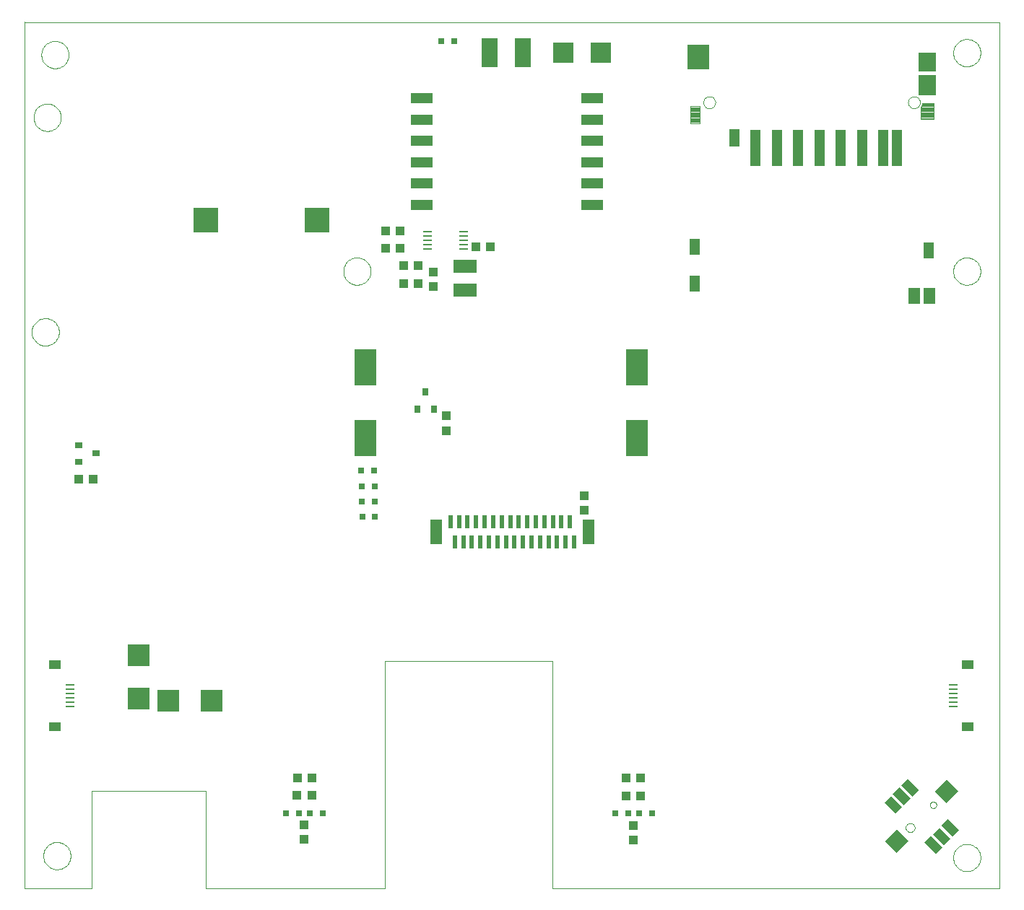
<source format=gtp>
G75*
G70*
%OFA0B0*%
%FSLAX24Y24*%
%IPPOS*%
%LPD*%
%AMOC8*
5,1,8,0,0,1.08239X$1,22.5*
%
%ADD10C,0.0008*%
%ADD11C,0.0000*%
%ADD12R,0.0433X0.0394*%
%ADD13R,0.0394X0.0098*%
%ADD14R,0.0394X0.0433*%
%ADD15R,0.1063X0.0630*%
%ADD16R,0.0945X0.0945*%
%ADD17R,0.0748X0.1339*%
%ADD18R,0.0728X0.0433*%
%ADD19R,0.0748X0.0787*%
%ADD20R,0.0315X0.0315*%
%ADD21R,0.0984X0.1693*%
%ADD22R,0.0354X0.0315*%
%ADD23R,0.0315X0.0354*%
%ADD24R,0.0197X0.0630*%
%ADD25R,0.0551X0.1142*%
%ADD26R,0.0827X0.0866*%
%ADD27R,0.0827X0.0945*%
%ADD28R,0.1024X0.1142*%
%ADD29R,0.0512X0.0748*%
%ADD30R,0.0551X0.0768*%
%ADD31R,0.0472X0.1693*%
%ADD32R,0.0472X0.0787*%
%ADD33C,0.0040*%
%ADD34R,0.1000X0.0500*%
%ADD35R,0.0984X0.1004*%
%ADD36R,0.1004X0.0984*%
%ADD37R,0.1181X0.1181*%
%ADD38R,0.0528X0.0394*%
D10*
X000180Y000805D02*
X000180Y040805D01*
X029550Y040805D01*
X045180Y040805D01*
X045180Y040305D01*
X045172Y040675D02*
X045172Y000805D01*
X031912Y000805D01*
X031834Y000805D01*
X031519Y000805D01*
X024566Y000805D01*
X024566Y011305D01*
X016803Y011305D01*
X016803Y000805D01*
X009786Y000805D01*
X009708Y000805D01*
X008546Y000805D01*
X008546Y005305D01*
X003269Y005305D01*
X003269Y000805D01*
X000180Y000805D01*
X000180Y040805D02*
X000180Y040833D01*
D11*
X000962Y039305D02*
X000964Y039355D01*
X000970Y039405D01*
X000980Y039454D01*
X000994Y039502D01*
X001011Y039549D01*
X001032Y039594D01*
X001057Y039638D01*
X001085Y039679D01*
X001117Y039718D01*
X001151Y039755D01*
X001188Y039789D01*
X001228Y039819D01*
X001270Y039846D01*
X001314Y039870D01*
X001360Y039891D01*
X001407Y039907D01*
X001455Y039920D01*
X001505Y039929D01*
X001554Y039934D01*
X001605Y039935D01*
X001655Y039932D01*
X001704Y039925D01*
X001753Y039914D01*
X001801Y039899D01*
X001847Y039881D01*
X001892Y039859D01*
X001935Y039833D01*
X001976Y039804D01*
X002015Y039772D01*
X002051Y039737D01*
X002083Y039699D01*
X002113Y039659D01*
X002140Y039616D01*
X002163Y039572D01*
X002182Y039526D01*
X002198Y039478D01*
X002210Y039429D01*
X002218Y039380D01*
X002222Y039330D01*
X002222Y039280D01*
X002218Y039230D01*
X002210Y039181D01*
X002198Y039132D01*
X002182Y039084D01*
X002163Y039038D01*
X002140Y038994D01*
X002113Y038951D01*
X002083Y038911D01*
X002051Y038873D01*
X002015Y038838D01*
X001976Y038806D01*
X001935Y038777D01*
X001892Y038751D01*
X001847Y038729D01*
X001801Y038711D01*
X001753Y038696D01*
X001704Y038685D01*
X001655Y038678D01*
X001605Y038675D01*
X001554Y038676D01*
X001505Y038681D01*
X001455Y038690D01*
X001407Y038703D01*
X001360Y038719D01*
X001314Y038740D01*
X001270Y038764D01*
X001228Y038791D01*
X001188Y038821D01*
X001151Y038855D01*
X001117Y038892D01*
X001085Y038931D01*
X001057Y038972D01*
X001032Y039016D01*
X001011Y039061D01*
X000994Y039108D01*
X000980Y039156D01*
X000970Y039205D01*
X000964Y039255D01*
X000962Y039305D01*
X000602Y036410D02*
X000604Y036460D01*
X000610Y036510D01*
X000620Y036559D01*
X000634Y036607D01*
X000651Y036654D01*
X000672Y036699D01*
X000697Y036743D01*
X000725Y036784D01*
X000757Y036823D01*
X000791Y036860D01*
X000828Y036894D01*
X000868Y036924D01*
X000910Y036951D01*
X000954Y036975D01*
X001000Y036996D01*
X001047Y037012D01*
X001095Y037025D01*
X001145Y037034D01*
X001194Y037039D01*
X001245Y037040D01*
X001295Y037037D01*
X001344Y037030D01*
X001393Y037019D01*
X001441Y037004D01*
X001487Y036986D01*
X001532Y036964D01*
X001575Y036938D01*
X001616Y036909D01*
X001655Y036877D01*
X001691Y036842D01*
X001723Y036804D01*
X001753Y036764D01*
X001780Y036721D01*
X001803Y036677D01*
X001822Y036631D01*
X001838Y036583D01*
X001850Y036534D01*
X001858Y036485D01*
X001862Y036435D01*
X001862Y036385D01*
X001858Y036335D01*
X001850Y036286D01*
X001838Y036237D01*
X001822Y036189D01*
X001803Y036143D01*
X001780Y036099D01*
X001753Y036056D01*
X001723Y036016D01*
X001691Y035978D01*
X001655Y035943D01*
X001616Y035911D01*
X001575Y035882D01*
X001532Y035856D01*
X001487Y035834D01*
X001441Y035816D01*
X001393Y035801D01*
X001344Y035790D01*
X001295Y035783D01*
X001245Y035780D01*
X001194Y035781D01*
X001145Y035786D01*
X001095Y035795D01*
X001047Y035808D01*
X001000Y035824D01*
X000954Y035845D01*
X000910Y035869D01*
X000868Y035896D01*
X000828Y035926D01*
X000791Y035960D01*
X000757Y035997D01*
X000725Y036036D01*
X000697Y036077D01*
X000672Y036121D01*
X000651Y036166D01*
X000634Y036213D01*
X000620Y036261D01*
X000610Y036310D01*
X000604Y036360D01*
X000602Y036410D01*
X000515Y026498D02*
X000517Y026548D01*
X000523Y026598D01*
X000533Y026647D01*
X000547Y026695D01*
X000564Y026742D01*
X000585Y026787D01*
X000610Y026831D01*
X000638Y026872D01*
X000670Y026911D01*
X000704Y026948D01*
X000741Y026982D01*
X000781Y027012D01*
X000823Y027039D01*
X000867Y027063D01*
X000913Y027084D01*
X000960Y027100D01*
X001008Y027113D01*
X001058Y027122D01*
X001107Y027127D01*
X001158Y027128D01*
X001208Y027125D01*
X001257Y027118D01*
X001306Y027107D01*
X001354Y027092D01*
X001400Y027074D01*
X001445Y027052D01*
X001488Y027026D01*
X001529Y026997D01*
X001568Y026965D01*
X001604Y026930D01*
X001636Y026892D01*
X001666Y026852D01*
X001693Y026809D01*
X001716Y026765D01*
X001735Y026719D01*
X001751Y026671D01*
X001763Y026622D01*
X001771Y026573D01*
X001775Y026523D01*
X001775Y026473D01*
X001771Y026423D01*
X001763Y026374D01*
X001751Y026325D01*
X001735Y026277D01*
X001716Y026231D01*
X001693Y026187D01*
X001666Y026144D01*
X001636Y026104D01*
X001604Y026066D01*
X001568Y026031D01*
X001529Y025999D01*
X001488Y025970D01*
X001445Y025944D01*
X001400Y025922D01*
X001354Y025904D01*
X001306Y025889D01*
X001257Y025878D01*
X001208Y025871D01*
X001158Y025868D01*
X001107Y025869D01*
X001058Y025874D01*
X001008Y025883D01*
X000960Y025896D01*
X000913Y025912D01*
X000867Y025933D01*
X000823Y025957D01*
X000781Y025984D01*
X000741Y026014D01*
X000704Y026048D01*
X000670Y026085D01*
X000638Y026124D01*
X000610Y026165D01*
X000585Y026209D01*
X000564Y026254D01*
X000547Y026301D01*
X000533Y026349D01*
X000523Y026398D01*
X000517Y026448D01*
X000515Y026498D01*
X014901Y029305D02*
X014903Y029355D01*
X014909Y029405D01*
X014919Y029454D01*
X014933Y029502D01*
X014950Y029549D01*
X014971Y029594D01*
X014996Y029638D01*
X015024Y029679D01*
X015056Y029718D01*
X015090Y029755D01*
X015127Y029789D01*
X015167Y029819D01*
X015209Y029846D01*
X015253Y029870D01*
X015299Y029891D01*
X015346Y029907D01*
X015394Y029920D01*
X015444Y029929D01*
X015493Y029934D01*
X015544Y029935D01*
X015594Y029932D01*
X015643Y029925D01*
X015692Y029914D01*
X015740Y029899D01*
X015786Y029881D01*
X015831Y029859D01*
X015874Y029833D01*
X015915Y029804D01*
X015954Y029772D01*
X015990Y029737D01*
X016022Y029699D01*
X016052Y029659D01*
X016079Y029616D01*
X016102Y029572D01*
X016121Y029526D01*
X016137Y029478D01*
X016149Y029429D01*
X016157Y029380D01*
X016161Y029330D01*
X016161Y029280D01*
X016157Y029230D01*
X016149Y029181D01*
X016137Y029132D01*
X016121Y029084D01*
X016102Y029038D01*
X016079Y028994D01*
X016052Y028951D01*
X016022Y028911D01*
X015990Y028873D01*
X015954Y028838D01*
X015915Y028806D01*
X015874Y028777D01*
X015831Y028751D01*
X015786Y028729D01*
X015740Y028711D01*
X015692Y028696D01*
X015643Y028685D01*
X015594Y028678D01*
X015544Y028675D01*
X015493Y028676D01*
X015444Y028681D01*
X015394Y028690D01*
X015346Y028703D01*
X015299Y028719D01*
X015253Y028740D01*
X015209Y028764D01*
X015167Y028791D01*
X015127Y028821D01*
X015090Y028855D01*
X015056Y028892D01*
X015024Y028931D01*
X014996Y028972D01*
X014971Y029016D01*
X014950Y029061D01*
X014933Y029108D01*
X014919Y029156D01*
X014909Y029205D01*
X014903Y029255D01*
X014901Y029305D01*
X031518Y037104D02*
X031520Y037137D01*
X031526Y037169D01*
X031535Y037200D01*
X031548Y037230D01*
X031565Y037258D01*
X031585Y037284D01*
X031608Y037308D01*
X031633Y037328D01*
X031661Y037346D01*
X031690Y037360D01*
X031721Y037370D01*
X031753Y037377D01*
X031786Y037380D01*
X031819Y037379D01*
X031851Y037374D01*
X031882Y037365D01*
X031913Y037353D01*
X031941Y037337D01*
X031968Y037318D01*
X031992Y037296D01*
X032013Y037271D01*
X032032Y037244D01*
X032047Y037215D01*
X032058Y037185D01*
X032066Y037153D01*
X032070Y037120D01*
X032070Y037088D01*
X032066Y037055D01*
X032058Y037023D01*
X032047Y036993D01*
X032032Y036964D01*
X032013Y036937D01*
X031992Y036912D01*
X031968Y036890D01*
X031941Y036871D01*
X031913Y036855D01*
X031882Y036843D01*
X031851Y036834D01*
X031819Y036829D01*
X031786Y036828D01*
X031753Y036831D01*
X031721Y036838D01*
X031690Y036848D01*
X031661Y036862D01*
X031633Y036880D01*
X031608Y036900D01*
X031585Y036924D01*
X031565Y036950D01*
X031548Y036978D01*
X031535Y037008D01*
X031526Y037039D01*
X031520Y037071D01*
X031518Y037104D01*
X040967Y037104D02*
X040969Y037137D01*
X040975Y037169D01*
X040984Y037200D01*
X040997Y037230D01*
X041014Y037258D01*
X041034Y037284D01*
X041057Y037308D01*
X041082Y037328D01*
X041110Y037346D01*
X041139Y037360D01*
X041170Y037370D01*
X041202Y037377D01*
X041235Y037380D01*
X041268Y037379D01*
X041300Y037374D01*
X041331Y037365D01*
X041362Y037353D01*
X041390Y037337D01*
X041417Y037318D01*
X041441Y037296D01*
X041462Y037271D01*
X041481Y037244D01*
X041496Y037215D01*
X041507Y037185D01*
X041515Y037153D01*
X041519Y037120D01*
X041519Y037088D01*
X041515Y037055D01*
X041507Y037023D01*
X041496Y036993D01*
X041481Y036964D01*
X041462Y036937D01*
X041441Y036912D01*
X041417Y036890D01*
X041390Y036871D01*
X041362Y036855D01*
X041331Y036843D01*
X041300Y036834D01*
X041268Y036829D01*
X041235Y036828D01*
X041202Y036831D01*
X041170Y036838D01*
X041139Y036848D01*
X041110Y036862D01*
X041082Y036880D01*
X041057Y036900D01*
X041034Y036924D01*
X041014Y036950D01*
X040997Y036978D01*
X040984Y037008D01*
X040975Y037039D01*
X040969Y037071D01*
X040967Y037104D01*
X043050Y039393D02*
X043052Y039443D01*
X043058Y039493D01*
X043068Y039542D01*
X043082Y039590D01*
X043099Y039637D01*
X043120Y039682D01*
X043145Y039726D01*
X043173Y039767D01*
X043205Y039806D01*
X043239Y039843D01*
X043276Y039877D01*
X043316Y039907D01*
X043358Y039934D01*
X043402Y039958D01*
X043448Y039979D01*
X043495Y039995D01*
X043543Y040008D01*
X043593Y040017D01*
X043642Y040022D01*
X043693Y040023D01*
X043743Y040020D01*
X043792Y040013D01*
X043841Y040002D01*
X043889Y039987D01*
X043935Y039969D01*
X043980Y039947D01*
X044023Y039921D01*
X044064Y039892D01*
X044103Y039860D01*
X044139Y039825D01*
X044171Y039787D01*
X044201Y039747D01*
X044228Y039704D01*
X044251Y039660D01*
X044270Y039614D01*
X044286Y039566D01*
X044298Y039517D01*
X044306Y039468D01*
X044310Y039418D01*
X044310Y039368D01*
X044306Y039318D01*
X044298Y039269D01*
X044286Y039220D01*
X044270Y039172D01*
X044251Y039126D01*
X044228Y039082D01*
X044201Y039039D01*
X044171Y038999D01*
X044139Y038961D01*
X044103Y038926D01*
X044064Y038894D01*
X044023Y038865D01*
X043980Y038839D01*
X043935Y038817D01*
X043889Y038799D01*
X043841Y038784D01*
X043792Y038773D01*
X043743Y038766D01*
X043693Y038763D01*
X043642Y038764D01*
X043593Y038769D01*
X043543Y038778D01*
X043495Y038791D01*
X043448Y038807D01*
X043402Y038828D01*
X043358Y038852D01*
X043316Y038879D01*
X043276Y038909D01*
X043239Y038943D01*
X043205Y038980D01*
X043173Y039019D01*
X043145Y039060D01*
X043120Y039104D01*
X043099Y039149D01*
X043082Y039196D01*
X043068Y039244D01*
X043058Y039293D01*
X043052Y039343D01*
X043050Y039393D01*
X043050Y029305D02*
X043052Y029355D01*
X043058Y029405D01*
X043068Y029454D01*
X043082Y029502D01*
X043099Y029549D01*
X043120Y029594D01*
X043145Y029638D01*
X043173Y029679D01*
X043205Y029718D01*
X043239Y029755D01*
X043276Y029789D01*
X043316Y029819D01*
X043358Y029846D01*
X043402Y029870D01*
X043448Y029891D01*
X043495Y029907D01*
X043543Y029920D01*
X043593Y029929D01*
X043642Y029934D01*
X043693Y029935D01*
X043743Y029932D01*
X043792Y029925D01*
X043841Y029914D01*
X043889Y029899D01*
X043935Y029881D01*
X043980Y029859D01*
X044023Y029833D01*
X044064Y029804D01*
X044103Y029772D01*
X044139Y029737D01*
X044171Y029699D01*
X044201Y029659D01*
X044228Y029616D01*
X044251Y029572D01*
X044270Y029526D01*
X044286Y029478D01*
X044298Y029429D01*
X044306Y029380D01*
X044310Y029330D01*
X044310Y029280D01*
X044306Y029230D01*
X044298Y029181D01*
X044286Y029132D01*
X044270Y029084D01*
X044251Y029038D01*
X044228Y028994D01*
X044201Y028951D01*
X044171Y028911D01*
X044139Y028873D01*
X044103Y028838D01*
X044064Y028806D01*
X044023Y028777D01*
X043980Y028751D01*
X043935Y028729D01*
X043889Y028711D01*
X043841Y028696D01*
X043792Y028685D01*
X043743Y028678D01*
X043693Y028675D01*
X043642Y028676D01*
X043593Y028681D01*
X043543Y028690D01*
X043495Y028703D01*
X043448Y028719D01*
X043402Y028740D01*
X043358Y028764D01*
X043316Y028791D01*
X043276Y028821D01*
X043239Y028855D01*
X043205Y028892D01*
X043173Y028931D01*
X043145Y028972D01*
X043120Y029016D01*
X043099Y029061D01*
X043082Y029108D01*
X043068Y029156D01*
X043058Y029205D01*
X043052Y029255D01*
X043050Y029305D01*
X041977Y004654D02*
X041979Y004678D01*
X041985Y004701D01*
X041994Y004723D01*
X042007Y004743D01*
X042022Y004761D01*
X042041Y004776D01*
X042062Y004788D01*
X042084Y004796D01*
X042107Y004801D01*
X042131Y004802D01*
X042155Y004799D01*
X042177Y004792D01*
X042199Y004782D01*
X042219Y004769D01*
X042236Y004752D01*
X042250Y004733D01*
X042261Y004712D01*
X042269Y004689D01*
X042273Y004666D01*
X042273Y004642D01*
X042269Y004619D01*
X042261Y004596D01*
X042250Y004575D01*
X042236Y004556D01*
X042219Y004539D01*
X042199Y004526D01*
X042177Y004516D01*
X042155Y004509D01*
X042131Y004506D01*
X042107Y004507D01*
X042084Y004512D01*
X042062Y004520D01*
X042041Y004532D01*
X042022Y004547D01*
X042007Y004565D01*
X041994Y004585D01*
X041985Y004607D01*
X041979Y004630D01*
X041977Y004654D01*
X040858Y003602D02*
X040860Y003630D01*
X040866Y003658D01*
X040875Y003684D01*
X040888Y003710D01*
X040904Y003733D01*
X040924Y003753D01*
X040946Y003771D01*
X040970Y003786D01*
X040996Y003797D01*
X041023Y003805D01*
X041051Y003809D01*
X041079Y003809D01*
X041107Y003805D01*
X041134Y003797D01*
X041160Y003786D01*
X041184Y003771D01*
X041206Y003753D01*
X041226Y003733D01*
X041242Y003710D01*
X041255Y003684D01*
X041264Y003658D01*
X041270Y003630D01*
X041272Y003602D01*
X041270Y003574D01*
X041264Y003546D01*
X041255Y003520D01*
X041242Y003494D01*
X041226Y003471D01*
X041206Y003451D01*
X041184Y003433D01*
X041160Y003418D01*
X041134Y003407D01*
X041107Y003399D01*
X041079Y003395D01*
X041051Y003395D01*
X041023Y003399D01*
X040996Y003407D01*
X040970Y003418D01*
X040946Y003433D01*
X040924Y003451D01*
X040904Y003471D01*
X040888Y003494D01*
X040875Y003520D01*
X040866Y003546D01*
X040860Y003574D01*
X040858Y003602D01*
X043050Y002217D02*
X043052Y002267D01*
X043058Y002317D01*
X043068Y002366D01*
X043082Y002414D01*
X043099Y002461D01*
X043120Y002506D01*
X043145Y002550D01*
X043173Y002591D01*
X043205Y002630D01*
X043239Y002667D01*
X043276Y002701D01*
X043316Y002731D01*
X043358Y002758D01*
X043402Y002782D01*
X043448Y002803D01*
X043495Y002819D01*
X043543Y002832D01*
X043593Y002841D01*
X043642Y002846D01*
X043693Y002847D01*
X043743Y002844D01*
X043792Y002837D01*
X043841Y002826D01*
X043889Y002811D01*
X043935Y002793D01*
X043980Y002771D01*
X044023Y002745D01*
X044064Y002716D01*
X044103Y002684D01*
X044139Y002649D01*
X044171Y002611D01*
X044201Y002571D01*
X044228Y002528D01*
X044251Y002484D01*
X044270Y002438D01*
X044286Y002390D01*
X044298Y002341D01*
X044306Y002292D01*
X044310Y002242D01*
X044310Y002192D01*
X044306Y002142D01*
X044298Y002093D01*
X044286Y002044D01*
X044270Y001996D01*
X044251Y001950D01*
X044228Y001906D01*
X044201Y001863D01*
X044171Y001823D01*
X044139Y001785D01*
X044103Y001750D01*
X044064Y001718D01*
X044023Y001689D01*
X043980Y001663D01*
X043935Y001641D01*
X043889Y001623D01*
X043841Y001608D01*
X043792Y001597D01*
X043743Y001590D01*
X043693Y001587D01*
X043642Y001588D01*
X043593Y001593D01*
X043543Y001602D01*
X043495Y001615D01*
X043448Y001631D01*
X043402Y001652D01*
X043358Y001676D01*
X043316Y001703D01*
X043276Y001733D01*
X043239Y001767D01*
X043205Y001804D01*
X043173Y001843D01*
X043145Y001884D01*
X043120Y001928D01*
X043099Y001973D01*
X043082Y002020D01*
X043068Y002068D01*
X043058Y002117D01*
X043052Y002167D01*
X043050Y002217D01*
X001050Y002305D02*
X001052Y002355D01*
X001058Y002405D01*
X001068Y002454D01*
X001082Y002502D01*
X001099Y002549D01*
X001120Y002594D01*
X001145Y002638D01*
X001173Y002679D01*
X001205Y002718D01*
X001239Y002755D01*
X001276Y002789D01*
X001316Y002819D01*
X001358Y002846D01*
X001402Y002870D01*
X001448Y002891D01*
X001495Y002907D01*
X001543Y002920D01*
X001593Y002929D01*
X001642Y002934D01*
X001693Y002935D01*
X001743Y002932D01*
X001792Y002925D01*
X001841Y002914D01*
X001889Y002899D01*
X001935Y002881D01*
X001980Y002859D01*
X002023Y002833D01*
X002064Y002804D01*
X002103Y002772D01*
X002139Y002737D01*
X002171Y002699D01*
X002201Y002659D01*
X002228Y002616D01*
X002251Y002572D01*
X002270Y002526D01*
X002286Y002478D01*
X002298Y002429D01*
X002306Y002380D01*
X002310Y002330D01*
X002310Y002280D01*
X002306Y002230D01*
X002298Y002181D01*
X002286Y002132D01*
X002270Y002084D01*
X002251Y002038D01*
X002228Y001994D01*
X002201Y001951D01*
X002171Y001911D01*
X002139Y001873D01*
X002103Y001838D01*
X002064Y001806D01*
X002023Y001777D01*
X001980Y001751D01*
X001935Y001729D01*
X001889Y001711D01*
X001841Y001696D01*
X001792Y001685D01*
X001743Y001678D01*
X001693Y001675D01*
X001642Y001676D01*
X001593Y001681D01*
X001543Y001690D01*
X001495Y001703D01*
X001448Y001719D01*
X001402Y001740D01*
X001358Y001764D01*
X001316Y001791D01*
X001276Y001821D01*
X001239Y001855D01*
X001205Y001892D01*
X001173Y001931D01*
X001145Y001972D01*
X001120Y002016D01*
X001099Y002061D01*
X001082Y002108D01*
X001068Y002156D01*
X001058Y002205D01*
X001052Y002255D01*
X001050Y002305D01*
D12*
X012767Y005110D03*
X013437Y005110D03*
X013449Y005908D03*
X012779Y005908D03*
X027949Y005896D03*
X028619Y005896D03*
X028616Y005080D03*
X027947Y005080D03*
X019646Y021948D03*
X019646Y022617D03*
X018356Y028735D03*
X017686Y028735D03*
X017693Y029555D03*
X018362Y029555D03*
X017509Y030371D03*
X016840Y030371D03*
X016847Y031172D03*
X017516Y031172D03*
X021011Y030447D03*
X021681Y030447D03*
D13*
X020434Y030534D03*
X020434Y030337D03*
X020434Y030731D03*
X020434Y030928D03*
X020434Y031125D03*
X018770Y031125D03*
X018770Y030928D03*
X018770Y030731D03*
X018770Y030534D03*
X018770Y030337D03*
X002269Y010195D03*
X002269Y009998D03*
X002269Y009801D03*
X002269Y009604D03*
X002269Y009407D03*
X002269Y009211D03*
X043052Y009211D03*
X043052Y009407D03*
X043052Y009604D03*
X043052Y009801D03*
X043052Y009998D03*
X043052Y010195D03*
D14*
X028290Y003715D03*
X028290Y003046D03*
X013093Y003069D03*
X013093Y003738D03*
X026008Y018278D03*
X026008Y018947D03*
X019044Y028594D03*
X019044Y029263D03*
X003349Y019703D03*
X002680Y019703D03*
D15*
X020521Y028420D03*
X020521Y029523D03*
D16*
X025065Y039391D03*
X026797Y039391D03*
D17*
X023198Y039398D03*
X021662Y039398D03*
D18*
G36*
X041162Y005036D02*
X040648Y005550D01*
X040954Y005856D01*
X041468Y005342D01*
X041162Y005036D01*
G37*
G36*
X040772Y004647D02*
X040258Y005161D01*
X040564Y005467D01*
X041078Y004953D01*
X040772Y004647D01*
G37*
G36*
X040382Y004257D02*
X039868Y004771D01*
X040174Y005077D01*
X040688Y004563D01*
X040382Y004257D01*
G37*
G36*
X042234Y002405D02*
X041720Y002919D01*
X042026Y003225D01*
X042540Y002711D01*
X042234Y002405D01*
G37*
G36*
X042623Y002795D02*
X042109Y003309D01*
X042415Y003615D01*
X042929Y003101D01*
X042623Y002795D01*
G37*
G36*
X043013Y003185D02*
X042499Y003699D01*
X042805Y004005D01*
X043319Y003491D01*
X043013Y003185D01*
G37*
D19*
G36*
X042730Y004739D02*
X042201Y005268D01*
X042756Y005823D01*
X043285Y005294D01*
X042730Y004739D01*
G37*
G36*
X040435Y002441D02*
X039906Y002970D01*
X040461Y003525D01*
X040990Y002996D01*
X040435Y002441D01*
G37*
D20*
X029137Y004270D03*
X028546Y004270D03*
X028034Y004270D03*
X027444Y004270D03*
X013940Y004270D03*
X013349Y004270D03*
X012837Y004270D03*
X012247Y004270D03*
X015775Y017977D03*
X015752Y018676D03*
X016343Y018676D03*
X016366Y017977D03*
X016336Y019380D03*
X016310Y020088D03*
X015720Y020088D03*
X015745Y019380D03*
X019412Y039939D03*
X020003Y039939D03*
D21*
X015928Y024880D03*
X015928Y021612D03*
X028448Y021612D03*
X028448Y024880D03*
D22*
X003487Y020884D03*
X002700Y021258D03*
X002700Y020510D03*
D23*
X018321Y022943D03*
X019069Y022943D03*
X018695Y023730D03*
D24*
X019845Y017734D03*
X020239Y017734D03*
X020633Y017734D03*
X021026Y017734D03*
X021420Y017734D03*
X021814Y017734D03*
X022208Y017734D03*
X022601Y017734D03*
X022995Y017734D03*
X023389Y017734D03*
X023782Y017734D03*
X024176Y017734D03*
X024570Y017734D03*
X024963Y017734D03*
X025357Y017734D03*
X025160Y016789D03*
X024767Y016789D03*
X024373Y016789D03*
X023979Y016789D03*
X023586Y016789D03*
X023192Y016789D03*
X022798Y016789D03*
X022404Y016789D03*
X022011Y016789D03*
X021617Y016789D03*
X021223Y016789D03*
X020830Y016789D03*
X020436Y016789D03*
X020042Y016789D03*
X025554Y016789D03*
D25*
X026223Y017262D03*
X019176Y017262D03*
D26*
X041834Y038974D03*
D27*
X041834Y037892D03*
D28*
X031282Y039211D03*
D29*
X031125Y030431D03*
X031125Y028718D03*
X041912Y030254D03*
D30*
X041952Y028167D03*
X041243Y028167D03*
D31*
X040465Y035008D03*
X039826Y035008D03*
X038841Y035008D03*
X037857Y035008D03*
X036873Y035008D03*
X035889Y035008D03*
X034904Y035008D03*
X033920Y035008D03*
D32*
X032936Y035461D03*
D33*
X031341Y036121D02*
X031341Y036946D01*
X030909Y036946D01*
X030909Y036121D01*
X031341Y036121D01*
X031341Y036148D02*
X030909Y036148D01*
X030909Y036187D02*
X031341Y036187D01*
X031341Y036225D02*
X030909Y036225D01*
X030909Y036264D02*
X031341Y036264D01*
X031341Y036302D02*
X030909Y036302D01*
X030909Y036341D02*
X031341Y036341D01*
X031341Y036379D02*
X030909Y036379D01*
X030909Y036418D02*
X031341Y036418D01*
X031341Y036456D02*
X030909Y036456D01*
X030909Y036495D02*
X031341Y036495D01*
X031341Y036533D02*
X030909Y036533D01*
X030909Y036572D02*
X031341Y036572D01*
X031341Y036610D02*
X030909Y036610D01*
X030909Y036649D02*
X031341Y036649D01*
X031341Y036687D02*
X030909Y036687D01*
X030909Y036726D02*
X031341Y036726D01*
X031341Y036764D02*
X030909Y036764D01*
X030909Y036803D02*
X031341Y036803D01*
X031341Y036841D02*
X030909Y036841D01*
X030909Y036880D02*
X031341Y036880D01*
X031341Y036918D02*
X030909Y036918D01*
X041541Y036851D02*
X041541Y036321D01*
X042150Y036321D01*
X042150Y037067D01*
X041619Y037067D01*
X041619Y036999D01*
X041541Y036851D01*
X041541Y036841D02*
X042150Y036841D01*
X042150Y036803D02*
X041541Y036803D01*
X041541Y036764D02*
X042150Y036764D01*
X042150Y036726D02*
X041541Y036726D01*
X041541Y036687D02*
X042150Y036687D01*
X042150Y036649D02*
X041541Y036649D01*
X041541Y036610D02*
X042150Y036610D01*
X042150Y036572D02*
X041541Y036572D01*
X041541Y036533D02*
X042150Y036533D01*
X042150Y036495D02*
X041541Y036495D01*
X041541Y036456D02*
X042150Y036456D01*
X042150Y036418D02*
X041541Y036418D01*
X041541Y036379D02*
X042150Y036379D01*
X042150Y036341D02*
X041541Y036341D01*
X041556Y036880D02*
X042150Y036880D01*
X042150Y036918D02*
X041577Y036918D01*
X041597Y036957D02*
X042150Y036957D01*
X042150Y036995D02*
X041618Y036995D01*
X041619Y037034D02*
X042150Y037034D01*
D34*
X026400Y037289D03*
X026400Y036305D03*
X026400Y035321D03*
X026400Y034337D03*
X026400Y033352D03*
X026400Y032368D03*
X018526Y032368D03*
X018526Y033352D03*
X018526Y034337D03*
X018526Y035321D03*
X018526Y036305D03*
X018526Y037289D03*
D35*
X005456Y011563D03*
X005456Y009575D03*
D36*
X006824Y009466D03*
X008812Y009466D03*
D37*
X008566Y031671D03*
X013684Y031671D03*
D38*
X001589Y011135D03*
X001589Y008271D03*
X043731Y008271D03*
X043731Y011135D03*
M02*

</source>
